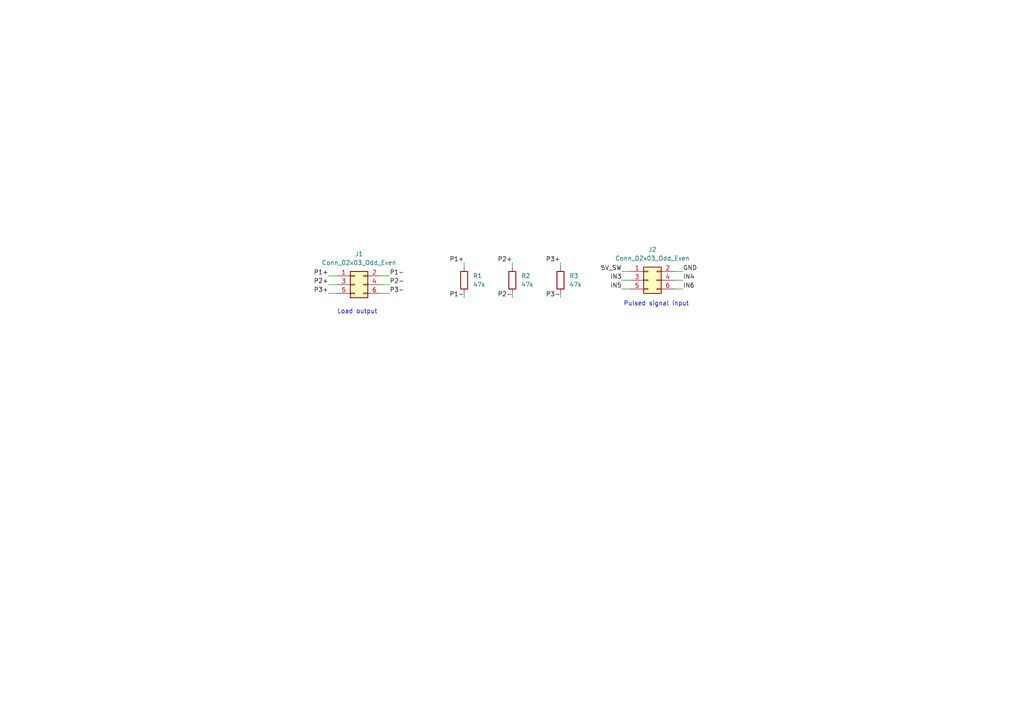
<source format=kicad_sch>
(kicad_sch (version 20231120) (generator "eeschema") (generator_version "8.0")
  (paper "A4")
  (lib_symbols
    (symbol "Connector_Generic:Conn_02x03_Odd_Even" (pin_names (offset 1.016) hide)
      (property "Reference" "J" (at 1.27 5.08 0))
      (property "Value" "Conn_02x03_Odd_Even" (at 1.27 -5.08 0))
      (symbol "Conn_02x03_Odd_Even_1_1"
        (rectangle (start -1.27 -2.413) (end 0 -2.667) (stroke (width 0.1524)))
        (rectangle (start -1.27 0.127) (end 0 -0.127) (stroke (width 0.1524)))
        (rectangle (start -1.27 2.667) (end 0 2.413) (stroke (width 0.1524)))
        (rectangle (start -1.27 3.81) (end 3.81 -3.81) (stroke (width 0.254)) (fill (type background)))
        (rectangle (start 3.81 -2.413) (end 2.54 -2.667) (stroke (width 0.1524)))
        (rectangle (start 3.81 0.127) (end 2.54 -0.127) (stroke (width 0.1524)))
        (rectangle (start 3.81 2.667) (end 2.54 2.413) (stroke (width 0.1524)))
        (pin passive line (at -5.08 2.54 0) (length 3.81) (name "Pin_1") (number "1"))
        (pin passive line (at 7.62 2.54 180) (length 3.81) (name "Pin_2") (number "2"))
        (pin passive line (at -5.08 0 0) (length 3.81) (name "Pin_3") (number "3"))
        (pin passive line (at 7.62 0 180) (length 3.81) (name "Pin_4") (number "4"))
        (pin passive line (at -5.08 -2.54 0) (length 3.81) (name "Pin_5") (number "5"))
        (pin passive line (at 7.62 -2.54 180) (length 3.81) (name "Pin_6") (number "6"))
      )
    )
    (symbol "Device:R" (pin_numbers hide) (pin_names (offset 0))
      (property "Reference" "R" (at 2.032 0 90))
      (property "Value" "R" (at 0 0 90))
      (symbol "R_0_1"
        (rectangle (start -1.016 -2.54) (end 1.016 2.54) (stroke (width 0.254)))
      )
      (symbol "R_1_1"
        (pin passive line (at 0 3.81 270) (length 1.27) (name "~") (number "1"))
        (pin passive line (at 0 -3.81 90) (length 1.27) (name "~") (number "2"))
      )
    )
  )
  (wire (pts (xy 180.34 78.74) (xy 182.88 78.74)))
  (wire (pts (xy 148.59 76.2) (xy 148.59 77.47)))
  (wire (pts (xy 134.62 76.2) (xy 134.62 77.47)))
  (wire (pts (xy 195.58 83.82) (xy 198.12 83.82)))
  (wire (pts (xy 110.49 82.55) (xy 113.03 82.55)))
  (wire (pts (xy 162.56 76.2) (xy 162.56 77.47)))
  (wire (pts (xy 134.62 86.36) (xy 134.62 85.09)))
  (wire (pts (xy 95.25 82.55) (xy 97.79 82.55)))
  (wire (pts (xy 195.58 81.28) (xy 198.12 81.28)))
  (wire (pts (xy 180.34 83.82) (xy 182.88 83.82)))
  (wire (pts (xy 180.34 81.28) (xy 182.88 81.28)))
  (wire (pts (xy 110.49 80.01) (xy 113.03 80.01)))
  (wire (pts (xy 95.25 80.01) (xy 97.79 80.01)))
  (wire (pts (xy 162.56 86.36) (xy 162.56 85.09)))
  (wire (pts (xy 148.59 86.36) (xy 148.59 85.09)))
  (wire (pts (xy 95.25 85.09) (xy 97.79 85.09)))
  (wire (pts (xy 110.49 85.09) (xy 113.03 85.09)))
  (wire (pts (xy 195.58 78.74) (xy 198.12 78.74)))
  (text "Load output" (at 97.79 91.186 0) (effects (font (size 1.27 1.27)) (justify left bottom)))
  (text "Pulsed signal input" (at 180.848 88.9 0) (effects (font (size 1.27 1.27)) (justify left bottom)))
  (label "IN3" (at 180.34 81.28 180))
  (label "5V_SW" (at 180.34 78.74 180))
  (label "P3-" (at 162.56 86.36 180))
  (label "P1+" (at 95.25 80.01 180))
  (label "P2-" (at 148.59 86.36 180))
  (label "P1-" (at 134.62 86.36 180))
  (label "P3-" (at 113.03 85.09 0))
  (label "IN5" (at 180.34 83.82 180))
  (label "P3+" (at 95.25 85.09 180))
  (label "P1+" (at 134.62 76.2 180))
  (label "P3+" (at 162.56 76.2 180))
  (label "P2+" (at 95.25 82.55 180))
  (label "P1-" (at 113.03 80.01 0))
  (label "IN6" (at 198.12 83.82 0))
  (label "GND" (at 198.12 78.74 0))
  (label "P2-" (at 113.03 82.55 0))
  (label "P2+" (at 148.59 76.2 180))
  (label "IN4" (at 198.12 81.28 0))
  (symbol (lib_id "Connector_Generic:Conn_02x03_Odd_Even") (at 187.96 81.28 0) (unit 1)
    (property "Reference" "J2" (at 189.23 72.39 0))
    (property "Value" "Conn_02x03_Odd_Even" (at 189.23 74.93 0))
    (property "Footprint" "Connector_PinHeader_2.54mm:PinHeader_2x03_P2.54mm_Vertical_SMD" (effects (hide yes)))
    (property "Description" "Generic connector, double row, 02x03, odd/even pin numbering scheme (row 1 odd numbers, row 2 even numbers), script generated (kicad-library-utils/schlib/autogen/connector/)" (effects (hide yes)))
  )
  (symbol (lib_id "Device:R") (at 134.62 81.28 0) (unit 1)
    (property "Reference" "R1" (at 137.16 80.0099 0) (effects (justify left)))
    (property "Value" "47k" (at 137.16 82.5499 0) (effects (justify left)))
    (property "Footprint" "Resistor_SMD:R_0805_2012Metric_Pad1.20x1.40mm_HandSolder" (effects (hide yes)))
    (property "Description" "Resistor" (effects (hide yes)))
  )
  (symbol (lib_id "Device:R") (at 162.56 81.28 0) (unit 1)
    (property "Reference" "R3" (at 165.1 80.0099 0) (effects (justify left)))
    (property "Value" "47k" (at 165.1 82.5499 0) (effects (justify left)))
    (property "Footprint" "Resistor_SMD:R_0805_2012Metric_Pad1.20x1.40mm_HandSolder" (effects (hide yes)))
    (property "Description" "Resistor" (effects (hide yes)))
  )
  (symbol (lib_id "Device:R") (at 148.59 81.28 0) (unit 1)
    (property "Reference" "R2" (at 151.13 80.0099 0) (effects (justify left)))
    (property "Value" "47k" (at 151.13 82.5499 0) (effects (justify left)))
    (property "Footprint" "Resistor_SMD:R_0805_2012Metric_Pad1.20x1.40mm_HandSolder" (effects (hide yes)))
    (property "Description" "Resistor" (effects (hide yes)))
  )
  (symbol (lib_id "Connector_Generic:Conn_02x03_Odd_Even") (at 102.87 82.55 0) (unit 1)
    (property "Reference" "J1" (at 104.14 73.66 0))
    (property "Value" "Conn_02x03_Odd_Even" (at 104.14 76.2 0))
    (property "Footprint" "Connector_PinHeader_2.54mm:PinHeader_2x03_P2.54mm_Vertical_SMD" (effects (hide yes)))
    (property "Description" "Generic connector, double row, 02x03, odd/even pin numbering scheme (row 1 odd numbers, row 2 even numbers), script generated (kicad-library-utils/schlib/autogen/connector/)" (effects (hide yes)))
  )
)
</source>
